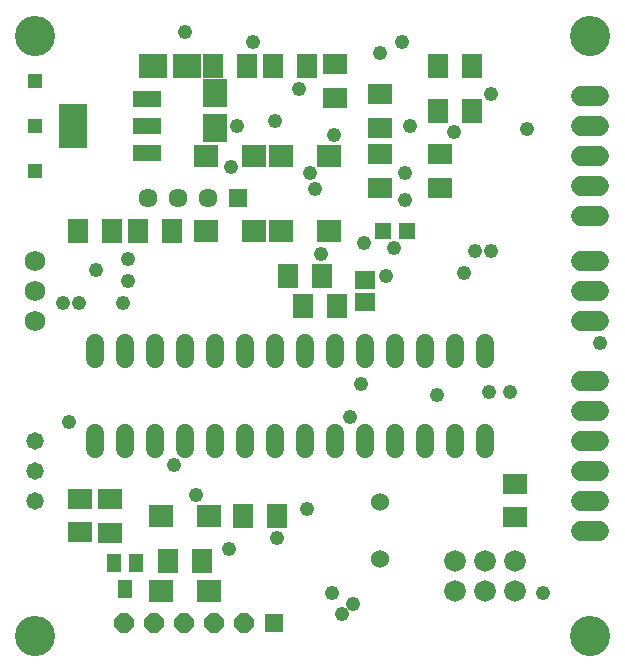
<source format=gts>
G75*
%MOIN*%
%OFA0B0*%
%FSLAX25Y25*%
%IPPOS*%
%LPD*%
%AMOC8*
5,1,8,0,0,1.08239X$1,22.5*
%
%ADD10C,0.13398*%
%ADD11R,0.07887X0.07099*%
%ADD12R,0.09265X0.07887*%
%ADD13R,0.07887X0.09265*%
%ADD14R,0.07887X0.07493*%
%ADD15C,0.06000*%
%ADD16R,0.09599X0.05599*%
%ADD17R,0.09461X0.14973*%
%ADD18C,0.06800*%
%ADD19C,0.07200*%
%ADD20C,0.06000*%
%ADD21R,0.07898X0.07099*%
%ADD22R,0.07099X0.07898*%
%ADD23R,0.04737X0.06312*%
%ADD24R,0.05524X0.05524*%
%ADD25R,0.06706X0.05918*%
%ADD26C,0.06737*%
%ADD27R,0.07099X0.07887*%
%ADD28OC8,0.06343*%
%ADD29R,0.06343X0.06343*%
%ADD30C,0.06343*%
%ADD31C,0.05800*%
%ADD32C,0.06800*%
%ADD33C,0.04800*%
%ADD34R,0.04762X0.04762*%
D10*
X0031800Y0026800D03*
X0216800Y0026800D03*
X0216800Y0226800D03*
X0031800Y0226800D03*
D11*
X0046800Y0072312D03*
X0046800Y0061288D03*
X0191800Y0066288D03*
X0191800Y0077312D03*
D12*
X0082607Y0216800D03*
X0070993Y0216800D03*
D13*
X0091800Y0207607D03*
X0091800Y0195993D03*
D14*
X0088729Y0186800D03*
X0104871Y0186800D03*
X0113729Y0186800D03*
X0129871Y0186800D03*
X0129871Y0161800D03*
X0113729Y0161800D03*
X0104871Y0161800D03*
X0088729Y0161800D03*
X0089871Y0066800D03*
X0073729Y0066800D03*
X0073729Y0041800D03*
X0089871Y0041800D03*
D15*
X0091800Y0089200D02*
X0091800Y0094400D01*
X0081800Y0094400D02*
X0081800Y0089200D01*
X0071800Y0089200D02*
X0071800Y0094400D01*
X0061800Y0094400D02*
X0061800Y0089200D01*
X0051800Y0089200D02*
X0051800Y0094400D01*
X0051800Y0119200D02*
X0051800Y0124400D01*
X0061800Y0124400D02*
X0061800Y0119200D01*
X0071800Y0119200D02*
X0071800Y0124400D01*
X0081800Y0124400D02*
X0081800Y0119200D01*
X0091800Y0119200D02*
X0091800Y0124400D01*
X0101800Y0124400D02*
X0101800Y0119200D01*
X0111800Y0119200D02*
X0111800Y0124400D01*
X0121800Y0124400D02*
X0121800Y0119200D01*
X0131800Y0119200D02*
X0131800Y0124400D01*
X0141800Y0124400D02*
X0141800Y0119200D01*
X0151800Y0119200D02*
X0151800Y0124400D01*
X0161800Y0124400D02*
X0161800Y0119200D01*
X0171800Y0119200D02*
X0171800Y0124400D01*
X0181800Y0124400D02*
X0181800Y0119200D01*
X0181800Y0094400D02*
X0181800Y0089200D01*
X0171800Y0089200D02*
X0171800Y0094400D01*
X0161800Y0094400D02*
X0161800Y0089200D01*
X0151800Y0089200D02*
X0151800Y0094400D01*
X0141800Y0094400D02*
X0141800Y0089200D01*
X0131800Y0089200D02*
X0131800Y0094400D01*
X0121800Y0094400D02*
X0121800Y0089200D01*
X0111800Y0089200D02*
X0111800Y0094400D01*
X0101800Y0094400D02*
X0101800Y0089200D01*
D16*
X0069001Y0187702D03*
X0069001Y0196800D03*
X0069001Y0205898D03*
D17*
X0044599Y0196800D03*
D18*
X0213800Y0196800D02*
X0219800Y0196800D01*
X0219800Y0186800D02*
X0213800Y0186800D01*
X0213800Y0176800D02*
X0219800Y0176800D01*
X0219800Y0166800D02*
X0213800Y0166800D01*
X0213800Y0151800D02*
X0219800Y0151800D01*
X0219800Y0141800D02*
X0213800Y0141800D01*
X0213800Y0131800D02*
X0219800Y0131800D01*
X0219800Y0206800D02*
X0213800Y0206800D01*
D19*
X0191800Y0051800D03*
X0191800Y0041800D03*
X0181800Y0041800D03*
X0181800Y0051800D03*
X0171800Y0051800D03*
X0171800Y0041800D03*
D20*
X0146800Y0052300D03*
X0146800Y0071300D03*
D21*
X0056800Y0072398D03*
X0056800Y0061202D03*
X0146800Y0176202D03*
X0146800Y0187398D03*
X0146800Y0196202D03*
X0146800Y0207398D03*
X0131800Y0206202D03*
X0131800Y0217398D03*
X0166800Y0187398D03*
X0166800Y0176202D03*
D22*
X0166202Y0201800D03*
X0177398Y0201800D03*
X0177398Y0216800D03*
X0166202Y0216800D03*
X0122398Y0216800D03*
X0111202Y0216800D03*
X0102398Y0216800D03*
X0091202Y0216800D03*
X0077398Y0161800D03*
X0066202Y0161800D03*
X0057398Y0161800D03*
X0046202Y0161800D03*
X0116202Y0146800D03*
X0127398Y0146800D03*
X0112398Y0066800D03*
X0101202Y0066800D03*
X0087398Y0051800D03*
X0076202Y0051800D03*
D23*
X0065540Y0051131D03*
X0058060Y0051131D03*
X0061800Y0042469D03*
D24*
X0147666Y0161800D03*
X0155934Y0161800D03*
D25*
X0141800Y0145540D03*
X0141800Y0138060D03*
D26*
X0213831Y0111800D02*
X0219769Y0111800D01*
X0219769Y0101800D02*
X0213831Y0101800D01*
X0213831Y0091800D02*
X0219769Y0091800D01*
X0219769Y0081800D02*
X0213831Y0081800D01*
X0213831Y0071800D02*
X0219769Y0071800D01*
X0219769Y0061800D02*
X0213831Y0061800D01*
D27*
X0132312Y0136800D03*
X0121288Y0136800D03*
D28*
X0101488Y0031133D03*
X0091488Y0031133D03*
X0081488Y0031133D03*
X0071488Y0031133D03*
X0061488Y0031133D03*
D29*
X0111488Y0031133D03*
X0099359Y0172863D03*
D30*
X0089359Y0172863D03*
X0079359Y0172863D03*
X0069359Y0172863D03*
D31*
X0031800Y0091800D03*
X0031800Y0081800D03*
X0031800Y0071800D03*
D32*
X0031800Y0131800D03*
X0031800Y0141800D03*
X0031800Y0151800D03*
D33*
X0041196Y0137875D03*
X0046617Y0137875D03*
X0052038Y0148717D03*
X0061074Y0137875D03*
X0062881Y0145103D03*
X0062881Y0152331D03*
X0097215Y0183052D03*
X0099022Y0196605D03*
X0111672Y0198412D03*
X0119804Y0209255D03*
X0131550Y0193894D03*
X0123418Y0181245D03*
X0125225Y0175824D03*
X0141489Y0157753D03*
X0151428Y0155946D03*
X0148717Y0146910D03*
X0127032Y0154139D03*
X0155042Y0172209D03*
X0155042Y0181245D03*
X0156849Y0196605D03*
X0171306Y0194798D03*
X0183956Y0207448D03*
X0195702Y0195702D03*
X0183956Y0155042D03*
X0178534Y0155042D03*
X0174920Y0147814D03*
X0140585Y0110769D03*
X0136971Y0099926D03*
X0165885Y0107154D03*
X0183052Y0108058D03*
X0190280Y0108058D03*
X0220097Y0124322D03*
X0201123Y0041196D03*
X0137875Y0037581D03*
X0134261Y0033967D03*
X0130646Y0041196D03*
X0112576Y0059267D03*
X0122515Y0069206D03*
X0096312Y0055652D03*
X0085469Y0073723D03*
X0078241Y0083662D03*
X0043003Y0098119D03*
X0146910Y0221001D03*
X0154139Y0224615D03*
X0104444Y0224615D03*
X0081855Y0228229D03*
D34*
X0031800Y0211800D03*
X0031800Y0196800D03*
X0031800Y0181800D03*
M02*

</source>
